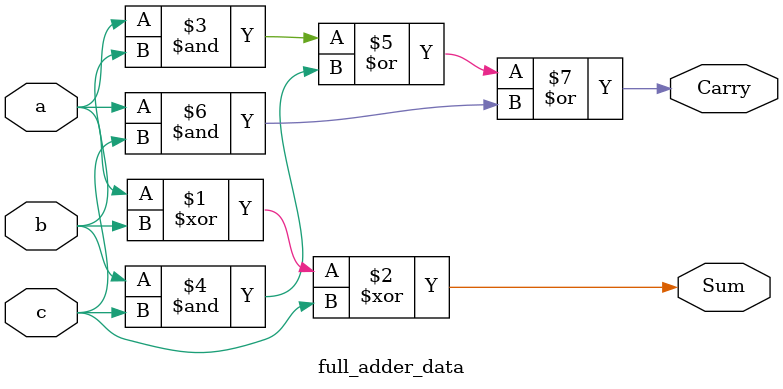
<source format=v>
`timescale 1ns / 1ps
module full_adder_data(a, b, c, Sum, Carry);

	input a, b, c;
	output Sum, Carry;
	
	assign Sum = a ^ b ^ c;
	assign Carry = (a & b) | (b & c) | (a & c);
endmodule

</source>
